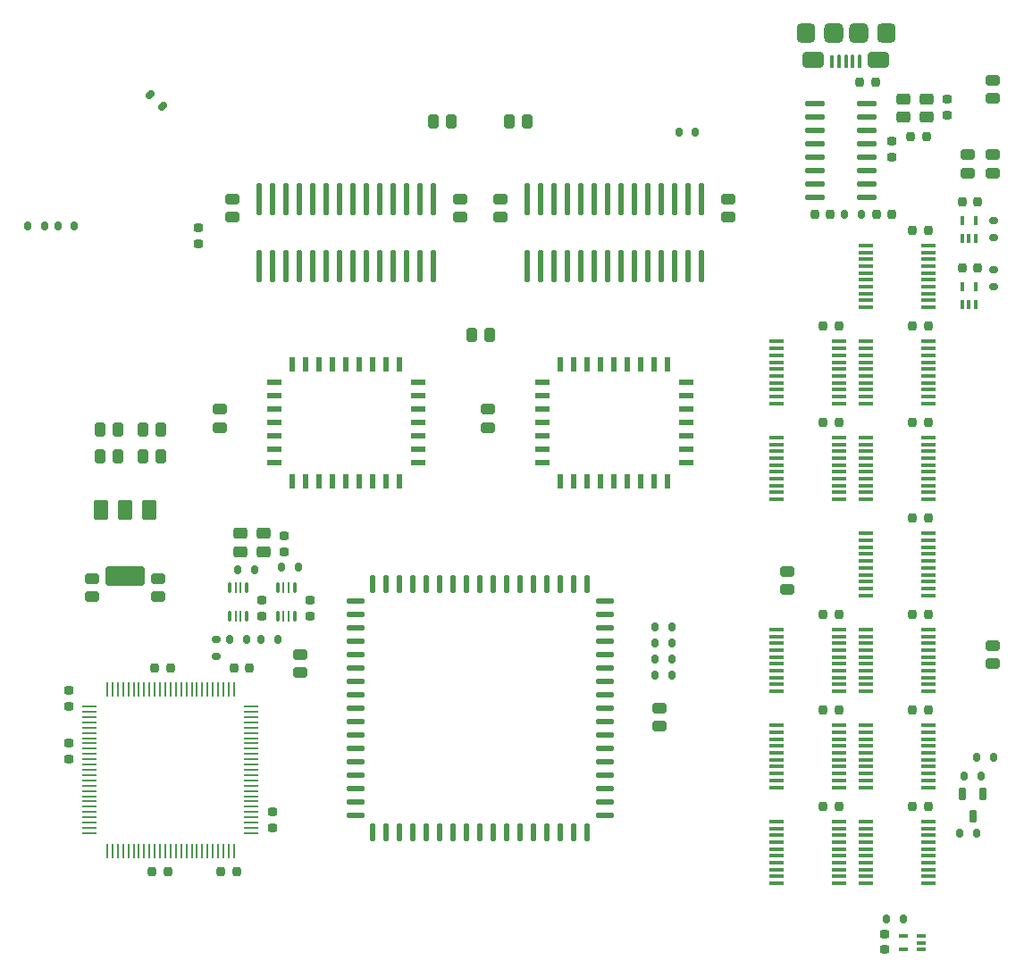
<source format=gtp>
G04 #@! TF.GenerationSoftware,KiCad,Pcbnew,7.0.10*
G04 #@! TF.CreationDate,2024-04-24T04:09:25-04:00*
G04 #@! TF.ProjectId,WarpSE,57617270-5345-42e6-9b69-6361645f7063,1.0*
G04 #@! TF.SameCoordinates,Original*
G04 #@! TF.FileFunction,Paste,Top*
G04 #@! TF.FilePolarity,Positive*
%FSLAX46Y46*%
G04 Gerber Fmt 4.6, Leading zero omitted, Abs format (unit mm)*
G04 Created by KiCad (PCBNEW 7.0.10) date 2024-04-24 04:09:25*
%MOMM*%
%LPD*%
G01*
G04 APERTURE LIST*
G04 Aperture macros list*
%AMRoundRect*
0 Rectangle with rounded corners*
0 $1 Rounding radius*
0 $2 $3 $4 $5 $6 $7 $8 $9 X,Y pos of 4 corners*
0 Add a 4 corners polygon primitive as box body*
4,1,4,$2,$3,$4,$5,$6,$7,$8,$9,$2,$3,0*
0 Add four circle primitives for the rounded corners*
1,1,$1+$1,$2,$3*
1,1,$1+$1,$4,$5*
1,1,$1+$1,$6,$7*
1,1,$1+$1,$8,$9*
0 Add four rect primitives between the rounded corners*
20,1,$1+$1,$2,$3,$4,$5,0*
20,1,$1+$1,$4,$5,$6,$7,0*
20,1,$1+$1,$6,$7,$8,$9,0*
20,1,$1+$1,$8,$9,$2,$3,0*%
G04 Aperture macros list end*
%ADD10RoundRect,0.250000X-0.250000X-0.425000X0.250000X-0.425000X0.250000X0.425000X-0.250000X0.425000X0*%
%ADD11RoundRect,0.057500X0.645000X0.057500X-0.645000X0.057500X-0.645000X-0.057500X0.645000X-0.057500X0*%
%ADD12RoundRect,0.057500X0.057500X0.645000X-0.057500X0.645000X-0.057500X-0.645000X0.057500X-0.645000X0*%
%ADD13RoundRect,0.250000X0.425000X-0.250000X0.425000X0.250000X-0.425000X0.250000X-0.425000X-0.250000X0*%
%ADD14RoundRect,0.250000X-0.425000X0.250000X-0.425000X-0.250000X0.425000X-0.250000X0.425000X0.250000X0*%
%ADD15RoundRect,0.137500X-0.137500X1.361500X-0.137500X-1.361500X0.137500X-1.361500X0.137500X1.361500X0*%
%ADD16RoundRect,0.192500X-0.192500X-0.242500X0.192500X-0.242500X0.192500X0.242500X-0.192500X0.242500X0*%
%ADD17RoundRect,0.092500X-0.592500X-0.092500X0.592500X-0.092500X0.592500X0.092500X-0.592500X0.092500X0*%
%ADD18RoundRect,0.192500X0.192500X0.242500X-0.192500X0.242500X-0.192500X-0.242500X0.192500X-0.242500X0*%
%ADD19RoundRect,0.192500X-0.242500X0.192500X-0.242500X-0.192500X0.242500X-0.192500X0.242500X0.192500X0*%
%ADD20RoundRect,0.192500X0.242500X-0.192500X0.242500X0.192500X-0.242500X0.192500X-0.242500X-0.192500X0*%
%ADD21RoundRect,0.137500X0.575000X-0.137500X0.575000X0.137500X-0.575000X0.137500X-0.575000X-0.137500X0*%
%ADD22RoundRect,0.137500X0.137500X-0.575000X0.137500X0.575000X-0.137500X0.575000X-0.137500X-0.575000X0*%
%ADD23RoundRect,0.137500X-0.137500X-0.687500X0.137500X-0.687500X0.137500X0.687500X-0.137500X0.687500X0*%
%ADD24RoundRect,0.137500X-0.687500X-0.137500X0.687500X-0.137500X0.687500X0.137500X-0.687500X0.137500X0*%
%ADD25RoundRect,0.280000X-0.420000X0.670000X-0.420000X-0.670000X0.420000X-0.670000X0.420000X0.670000X0*%
%ADD26RoundRect,0.285000X-1.565000X0.665000X-1.565000X-0.665000X1.565000X-0.665000X1.565000X0.665000X0*%
%ADD27RoundRect,0.150000X0.150000X0.275000X-0.150000X0.275000X-0.150000X-0.275000X0.150000X-0.275000X0*%
%ADD28RoundRect,0.150000X0.300520X0.088388X0.088388X0.300520X-0.300520X-0.088388X-0.088388X-0.300520X0*%
%ADD29RoundRect,0.175000X-0.175000X0.450000X-0.175000X-0.450000X0.175000X-0.450000X0.175000X0.450000X0*%
%ADD30RoundRect,0.137500X0.812500X0.137500X-0.812500X0.137500X-0.812500X-0.137500X0.812500X-0.137500X0*%
%ADD31RoundRect,0.150000X-0.150000X-0.275000X0.150000X-0.275000X0.150000X0.275000X-0.150000X0.275000X0*%
%ADD32RoundRect,0.080000X0.080000X-0.380000X0.080000X0.380000X-0.080000X0.380000X-0.080000X-0.380000X0*%
%ADD33RoundRect,0.080000X0.080000X0.555000X-0.080000X0.555000X-0.080000X-0.555000X0.080000X-0.555000X0*%
%ADD34RoundRect,0.075000X0.075000X0.550000X-0.075000X0.550000X-0.075000X-0.550000X0.075000X-0.550000X0*%
%ADD35RoundRect,0.437500X0.437500X0.487500X-0.437500X0.487500X-0.437500X-0.487500X0.437500X-0.487500X0*%
%ADD36RoundRect,0.387500X0.637500X0.387500X-0.637500X0.387500X-0.637500X-0.387500X0.637500X-0.387500X0*%
%ADD37RoundRect,0.462500X0.462500X0.462500X-0.462500X0.462500X-0.462500X-0.462500X0.462500X-0.462500X0*%
%ADD38RoundRect,0.150000X0.275000X-0.150000X0.275000X0.150000X-0.275000X0.150000X-0.275000X-0.150000X0*%
%ADD39RoundRect,0.150000X-0.275000X0.150000X-0.275000X-0.150000X0.275000X-0.150000X0.275000X0.150000X0*%
%ADD40RoundRect,0.250000X0.250000X0.425000X-0.250000X0.425000X-0.250000X-0.425000X0.250000X-0.425000X0*%
%ADD41RoundRect,0.275000X0.375000X0.275000X-0.375000X0.275000X-0.375000X-0.275000X0.375000X-0.275000X0*%
%ADD42RoundRect,0.087500X-0.087500X0.387500X-0.087500X-0.387500X0.087500X-0.387500X0.087500X0.387500X0*%
%ADD43RoundRect,0.062500X-0.062500X0.412500X-0.062500X-0.412500X0.062500X-0.412500X0.062500X0.412500X0*%
%ADD44RoundRect,0.087500X0.087500X0.387500X-0.087500X0.387500X-0.087500X-0.387500X0.087500X-0.387500X0*%
%ADD45RoundRect,0.080000X0.380000X0.080000X-0.380000X0.080000X-0.380000X-0.080000X0.380000X-0.080000X0*%
G04 APERTURE END LIST*
D10*
X112550000Y-76800000D03*
X114250000Y-76800000D03*
X116600000Y-76800000D03*
X118300000Y-76800000D03*
X116600000Y-79400000D03*
X118300000Y-79400000D03*
X112550000Y-79400000D03*
X114250000Y-79400000D03*
D11*
X126912500Y-115100000D03*
X126912500Y-114600000D03*
X126912500Y-114100000D03*
X126912500Y-113600000D03*
X126912500Y-113100000D03*
X126912500Y-112600000D03*
X126912500Y-112100000D03*
X126912500Y-111600000D03*
X126912500Y-111100000D03*
X126912500Y-110600000D03*
X126912500Y-110100000D03*
X126912500Y-109600000D03*
X126912500Y-109100000D03*
X126912500Y-108600000D03*
X126912500Y-108100000D03*
X126912500Y-107600000D03*
X126912500Y-107100000D03*
X126912500Y-106600000D03*
X126912500Y-106100000D03*
X126912500Y-105600000D03*
X126912500Y-105100000D03*
X126912500Y-104600000D03*
X126912500Y-104100000D03*
X126912500Y-103600000D03*
X126912500Y-103100000D03*
D12*
X125250000Y-101437500D03*
X124750000Y-101437500D03*
X124250000Y-101437500D03*
X123750000Y-101437500D03*
X123250000Y-101437500D03*
X122750000Y-101437500D03*
X122250000Y-101437500D03*
X121750000Y-101437500D03*
X121250000Y-101437500D03*
X120750000Y-101437500D03*
X120250000Y-101437500D03*
X119750000Y-101437500D03*
X119250000Y-101437500D03*
X118750000Y-101437500D03*
X118250000Y-101437500D03*
X117750000Y-101437500D03*
X117250000Y-101437500D03*
X116750000Y-101437500D03*
X116250000Y-101437500D03*
X115750000Y-101437500D03*
X115250000Y-101437500D03*
X114750000Y-101437500D03*
X114250000Y-101437500D03*
X113750000Y-101437500D03*
X113250000Y-101437500D03*
D11*
X111587500Y-103100000D03*
X111587500Y-103600000D03*
X111587500Y-104100000D03*
X111587500Y-104600000D03*
X111587500Y-105100000D03*
X111587500Y-105600000D03*
X111587500Y-106100000D03*
X111587500Y-106600000D03*
X111587500Y-107100000D03*
X111587500Y-107600000D03*
X111587500Y-108100000D03*
X111587500Y-108600000D03*
X111587500Y-109100000D03*
X111587500Y-109600000D03*
X111587500Y-110100000D03*
X111587500Y-110600000D03*
X111587500Y-111100000D03*
X111587500Y-111600000D03*
X111587500Y-112100000D03*
X111587500Y-112600000D03*
X111587500Y-113100000D03*
X111587500Y-113600000D03*
X111587500Y-114100000D03*
X111587500Y-114600000D03*
X111587500Y-115100000D03*
D12*
X113250000Y-116762500D03*
X113750000Y-116762500D03*
X114250000Y-116762500D03*
X114750000Y-116762500D03*
X115250000Y-116762500D03*
X115750000Y-116762500D03*
X116250000Y-116762500D03*
X116750000Y-116762500D03*
X117250000Y-116762500D03*
X117750000Y-116762500D03*
X118250000Y-116762500D03*
X118750000Y-116762500D03*
X119250000Y-116762500D03*
X119750000Y-116762500D03*
X120250000Y-116762500D03*
X120750000Y-116762500D03*
X121250000Y-116762500D03*
X121750000Y-116762500D03*
X122250000Y-116762500D03*
X122750000Y-116762500D03*
X123250000Y-116762500D03*
X123750000Y-116762500D03*
X124250000Y-116762500D03*
X124750000Y-116762500D03*
X125250000Y-116762500D03*
D13*
X197167500Y-45466000D03*
X197167500Y-43766000D03*
D14*
X194754500Y-50800000D03*
X194754500Y-52500000D03*
X197167500Y-50800000D03*
X197167500Y-52500000D03*
D15*
X169545000Y-54991000D03*
X168275000Y-54991000D03*
X167005000Y-54991000D03*
X165735000Y-54991000D03*
X164465000Y-54991000D03*
X163195000Y-54991000D03*
X161925000Y-54991000D03*
X160655000Y-54991000D03*
X159385000Y-54991000D03*
X158115000Y-54991000D03*
X156845000Y-54991000D03*
X155575000Y-54991000D03*
X154305000Y-54991000D03*
X153035000Y-54991000D03*
X153035000Y-61341000D03*
X154305000Y-61341000D03*
X155575000Y-61341000D03*
X156845000Y-61341000D03*
X158115000Y-61341000D03*
X159385000Y-61341000D03*
X160655000Y-61341000D03*
X161925000Y-61341000D03*
X163195000Y-61341000D03*
X164465000Y-61341000D03*
X165735000Y-61341000D03*
X167005000Y-61341000D03*
X168275000Y-61341000D03*
X169545000Y-61341000D03*
D16*
X125250000Y-99450000D03*
X126750000Y-99450000D03*
D17*
X176650000Y-95800000D03*
X176650000Y-96450000D03*
X176650000Y-97100000D03*
X176650000Y-97750000D03*
X176650000Y-98400000D03*
X176650000Y-99050000D03*
X176650000Y-99700000D03*
X176650000Y-100350000D03*
X176650000Y-101000000D03*
X176650000Y-101650000D03*
X182550000Y-101650000D03*
X182550000Y-101000000D03*
X182550000Y-100350000D03*
X182550000Y-99700000D03*
X182550000Y-99050000D03*
X182550000Y-98400000D03*
X182550000Y-97750000D03*
X182550000Y-97100000D03*
X182550000Y-96450000D03*
X182550000Y-95800000D03*
D18*
X182550000Y-94350000D03*
X181050000Y-94350000D03*
X191050000Y-57950000D03*
X189550000Y-57950000D03*
X191050000Y-94350000D03*
X189550000Y-94350000D03*
X191050000Y-85250000D03*
X189550000Y-85250000D03*
X182550000Y-112550000D03*
X181050000Y-112550000D03*
X191050000Y-112550000D03*
X189550000Y-112550000D03*
X191050000Y-67050000D03*
X189550000Y-67050000D03*
X182550000Y-67050000D03*
X181050000Y-67050000D03*
X182550000Y-76150000D03*
X181050000Y-76150000D03*
X182550000Y-103450000D03*
X181050000Y-103450000D03*
X191050000Y-103450000D03*
X189550000Y-103450000D03*
D13*
X197167500Y-99060000D03*
X197167500Y-97360000D03*
D14*
X131572000Y-98171000D03*
X131572000Y-99871000D03*
X165608000Y-103251000D03*
X165608000Y-104951000D03*
D17*
X176650000Y-68500000D03*
X176650000Y-69150000D03*
X176650000Y-69800000D03*
X176650000Y-70450000D03*
X176650000Y-71100000D03*
X176650000Y-71750000D03*
X176650000Y-72400000D03*
X176650000Y-73050000D03*
X176650000Y-73700000D03*
X176650000Y-74350000D03*
X182550000Y-74350000D03*
X182550000Y-73700000D03*
X182550000Y-73050000D03*
X182550000Y-72400000D03*
X182550000Y-71750000D03*
X182550000Y-71100000D03*
X182550000Y-70450000D03*
X182550000Y-69800000D03*
X182550000Y-69150000D03*
X182550000Y-68500000D03*
X176650000Y-77600000D03*
X176650000Y-78250000D03*
X176650000Y-78900000D03*
X176650000Y-79550000D03*
X176650000Y-80200000D03*
X176650000Y-80850000D03*
X176650000Y-81500000D03*
X176650000Y-82150000D03*
X176650000Y-82800000D03*
X176650000Y-83450000D03*
X182550000Y-83450000D03*
X182550000Y-82800000D03*
X182550000Y-82150000D03*
X182550000Y-81500000D03*
X182550000Y-80850000D03*
X182550000Y-80200000D03*
X182550000Y-79550000D03*
X182550000Y-78900000D03*
X182550000Y-78250000D03*
X182550000Y-77600000D03*
X185150000Y-59400000D03*
X185150000Y-60050000D03*
X185150000Y-60700000D03*
X185150000Y-61350000D03*
X185150000Y-62000000D03*
X185150000Y-62650000D03*
X185150000Y-63300000D03*
X185150000Y-63950000D03*
X185150000Y-64600000D03*
X185150000Y-65250000D03*
X191050000Y-65250000D03*
X191050000Y-64600000D03*
X191050000Y-63950000D03*
X191050000Y-63300000D03*
X191050000Y-62650000D03*
X191050000Y-62000000D03*
X191050000Y-61350000D03*
X191050000Y-60700000D03*
X191050000Y-60050000D03*
X191050000Y-59400000D03*
X185150000Y-68500000D03*
X185150000Y-69150000D03*
X185150000Y-69800000D03*
X185150000Y-70450000D03*
X185150000Y-71100000D03*
X185150000Y-71750000D03*
X185150000Y-72400000D03*
X185150000Y-73050000D03*
X185150000Y-73700000D03*
X185150000Y-74350000D03*
X191050000Y-74350000D03*
X191050000Y-73700000D03*
X191050000Y-73050000D03*
X191050000Y-72400000D03*
X191050000Y-71750000D03*
X191050000Y-71100000D03*
X191050000Y-70450000D03*
X191050000Y-69800000D03*
X191050000Y-69150000D03*
X191050000Y-68500000D03*
X185150000Y-86700000D03*
X185150000Y-87350000D03*
X185150000Y-88000000D03*
X185150000Y-88650000D03*
X185150000Y-89300000D03*
X185150000Y-89950000D03*
X185150000Y-90600000D03*
X185150000Y-91250000D03*
X185150000Y-91900000D03*
X185150000Y-92550000D03*
X191050000Y-92550000D03*
X191050000Y-91900000D03*
X191050000Y-91250000D03*
X191050000Y-90600000D03*
X191050000Y-89950000D03*
X191050000Y-89300000D03*
X191050000Y-88650000D03*
X191050000Y-88000000D03*
X191050000Y-87350000D03*
X191050000Y-86700000D03*
X185150000Y-77600000D03*
X185150000Y-78250000D03*
X185150000Y-78900000D03*
X185150000Y-79550000D03*
X185150000Y-80200000D03*
X185150000Y-80850000D03*
X185150000Y-81500000D03*
X185150000Y-82150000D03*
X185150000Y-82800000D03*
X185150000Y-83450000D03*
X191050000Y-83450000D03*
X191050000Y-82800000D03*
X191050000Y-82150000D03*
X191050000Y-81500000D03*
X191050000Y-80850000D03*
X191050000Y-80200000D03*
X191050000Y-79550000D03*
X191050000Y-78900000D03*
X191050000Y-78250000D03*
X191050000Y-77600000D03*
X176650000Y-104900000D03*
X176650000Y-105550000D03*
X176650000Y-106200000D03*
X176650000Y-106850000D03*
X176650000Y-107500000D03*
X176650000Y-108150000D03*
X176650000Y-108800000D03*
X176650000Y-109450000D03*
X176650000Y-110100000D03*
X176650000Y-110750000D03*
X182550000Y-110750000D03*
X182550000Y-110100000D03*
X182550000Y-109450000D03*
X182550000Y-108800000D03*
X182550000Y-108150000D03*
X182550000Y-107500000D03*
X182550000Y-106850000D03*
X182550000Y-106200000D03*
X182550000Y-105550000D03*
X182550000Y-104900000D03*
X176650000Y-114000000D03*
X176650000Y-114650000D03*
X176650000Y-115300000D03*
X176650000Y-115950000D03*
X176650000Y-116600000D03*
X176650000Y-117250000D03*
X176650000Y-117900000D03*
X176650000Y-118550000D03*
X176650000Y-119200000D03*
X176650000Y-119850000D03*
X182550000Y-119850000D03*
X182550000Y-119200000D03*
X182550000Y-118550000D03*
X182550000Y-117900000D03*
X182550000Y-117250000D03*
X182550000Y-116600000D03*
X182550000Y-115950000D03*
X182550000Y-115300000D03*
X182550000Y-114650000D03*
X182550000Y-114000000D03*
X185150000Y-95800000D03*
X185150000Y-96450000D03*
X185150000Y-97100000D03*
X185150000Y-97750000D03*
X185150000Y-98400000D03*
X185150000Y-99050000D03*
X185150000Y-99700000D03*
X185150000Y-100350000D03*
X185150000Y-101000000D03*
X185150000Y-101650000D03*
X191050000Y-101650000D03*
X191050000Y-101000000D03*
X191050000Y-100350000D03*
X191050000Y-99700000D03*
X191050000Y-99050000D03*
X191050000Y-98400000D03*
X191050000Y-97750000D03*
X191050000Y-97100000D03*
X191050000Y-96450000D03*
X191050000Y-95800000D03*
X185150000Y-104900000D03*
X185150000Y-105550000D03*
X185150000Y-106200000D03*
X185150000Y-106850000D03*
X185150000Y-107500000D03*
X185150000Y-108150000D03*
X185150000Y-108800000D03*
X185150000Y-109450000D03*
X185150000Y-110100000D03*
X185150000Y-110750000D03*
X191050000Y-110750000D03*
X191050000Y-110100000D03*
X191050000Y-109450000D03*
X191050000Y-108800000D03*
X191050000Y-108150000D03*
X191050000Y-107500000D03*
X191050000Y-106850000D03*
X191050000Y-106200000D03*
X191050000Y-105550000D03*
X191050000Y-104900000D03*
X185150000Y-114000000D03*
X185150000Y-114650000D03*
X185150000Y-115300000D03*
X185150000Y-115950000D03*
X185150000Y-116600000D03*
X185150000Y-117250000D03*
X185150000Y-117900000D03*
X185150000Y-118550000D03*
X185150000Y-119200000D03*
X185150000Y-119850000D03*
X191050000Y-119850000D03*
X191050000Y-119200000D03*
X191050000Y-118550000D03*
X191050000Y-117900000D03*
X191050000Y-117250000D03*
X191050000Y-116600000D03*
X191050000Y-115950000D03*
X191050000Y-115300000D03*
X191050000Y-114650000D03*
X191050000Y-114000000D03*
D15*
X144145000Y-54991000D03*
X142875000Y-54991000D03*
X141605000Y-54991000D03*
X140335000Y-54991000D03*
X139065000Y-54991000D03*
X137795000Y-54991000D03*
X136525000Y-54991000D03*
X135255000Y-54991000D03*
X133985000Y-54991000D03*
X132715000Y-54991000D03*
X131445000Y-54991000D03*
X130175000Y-54991000D03*
X128905000Y-54991000D03*
X127635000Y-54991000D03*
X127635000Y-61341000D03*
X128905000Y-61341000D03*
X130175000Y-61341000D03*
X131445000Y-61341000D03*
X132715000Y-61341000D03*
X133985000Y-61341000D03*
X135255000Y-61341000D03*
X136525000Y-61341000D03*
X137795000Y-61341000D03*
X139065000Y-61341000D03*
X140335000Y-61341000D03*
X141605000Y-61341000D03*
X142875000Y-61341000D03*
X144145000Y-61341000D03*
D16*
X124000000Y-118750000D03*
X125500000Y-118750000D03*
D19*
X109600000Y-106600000D03*
X109600000Y-108100000D03*
D18*
X119000000Y-118750000D03*
X117500000Y-118750000D03*
X119250000Y-99450000D03*
X117750000Y-99450000D03*
D19*
X128900000Y-113100000D03*
X128900000Y-114600000D03*
D20*
X109600000Y-103100000D03*
X109600000Y-101600000D03*
D21*
X129052500Y-76200000D03*
X129052500Y-77470000D03*
X129052500Y-78740000D03*
X129052500Y-80010000D03*
D22*
X130810000Y-81762500D03*
X132080000Y-81762500D03*
X133350000Y-81762500D03*
X134620000Y-81762500D03*
X135890000Y-81762500D03*
X137160000Y-81762500D03*
X138430000Y-81762500D03*
X139700000Y-81762500D03*
X140970000Y-81762500D03*
D21*
X142727500Y-80010000D03*
X142727500Y-78740000D03*
X142727500Y-77470000D03*
X142727500Y-76200000D03*
X142727500Y-74930000D03*
X142727500Y-73660000D03*
X142727500Y-72390000D03*
D22*
X140970000Y-70637500D03*
X139700000Y-70637500D03*
X138430000Y-70637500D03*
X137160000Y-70637500D03*
X135890000Y-70637500D03*
X134620000Y-70637500D03*
X133350000Y-70637500D03*
X132080000Y-70637500D03*
X130810000Y-70637500D03*
D21*
X129052500Y-72390000D03*
X129052500Y-73660000D03*
X129052500Y-74930000D03*
X154452500Y-76200000D03*
X154452500Y-77470000D03*
X154452500Y-78740000D03*
X154452500Y-80010000D03*
D22*
X156210000Y-81762500D03*
X157480000Y-81762500D03*
X158750000Y-81762500D03*
X160020000Y-81762500D03*
X161290000Y-81762500D03*
X162560000Y-81762500D03*
X163830000Y-81762500D03*
X165100000Y-81762500D03*
X166370000Y-81762500D03*
D21*
X168127500Y-80010000D03*
X168127500Y-78740000D03*
X168127500Y-77470000D03*
X168127500Y-76200000D03*
X168127500Y-74930000D03*
X168127500Y-73660000D03*
X168127500Y-72390000D03*
D22*
X166370000Y-70637500D03*
X165100000Y-70637500D03*
X163830000Y-70637500D03*
X162560000Y-70637500D03*
X161290000Y-70637500D03*
X160020000Y-70637500D03*
X158750000Y-70637500D03*
X157480000Y-70637500D03*
X156210000Y-70637500D03*
D21*
X154452500Y-72390000D03*
X154452500Y-73660000D03*
X154452500Y-74930000D03*
D23*
X148590000Y-91451000D03*
X147320000Y-91451000D03*
X146050000Y-91451000D03*
X144780000Y-91451000D03*
X143510000Y-91451000D03*
X142240000Y-91451000D03*
X140970000Y-91451000D03*
X139700000Y-91451000D03*
X138430000Y-91451000D03*
D24*
X136790000Y-93091000D03*
X136790000Y-94361000D03*
X136790000Y-95631000D03*
X136790000Y-96901000D03*
X136790000Y-98171000D03*
X136790000Y-99441000D03*
X136790000Y-100711000D03*
X136790000Y-101981000D03*
X136790000Y-103251000D03*
X136790000Y-104521000D03*
X136790000Y-105791000D03*
X136790000Y-107061000D03*
X136790000Y-108331000D03*
X136790000Y-109601000D03*
X136790000Y-110871000D03*
X136790000Y-112141000D03*
X136790000Y-113411000D03*
D23*
X138430000Y-115051000D03*
X139700000Y-115051000D03*
X140970000Y-115051000D03*
X142240000Y-115051000D03*
X143510000Y-115051000D03*
X144780000Y-115051000D03*
X146050000Y-115051000D03*
X147320000Y-115051000D03*
X148590000Y-115051000D03*
X149860000Y-115051000D03*
X151130000Y-115051000D03*
X152400000Y-115051000D03*
X153670000Y-115051000D03*
X154940000Y-115051000D03*
X156210000Y-115051000D03*
X157480000Y-115051000D03*
X158750000Y-115051000D03*
D24*
X160390000Y-113411000D03*
X160390000Y-112141000D03*
X160390000Y-110871000D03*
X160390000Y-109601000D03*
X160390000Y-108331000D03*
X160390000Y-107061000D03*
X160390000Y-105791000D03*
X160390000Y-104521000D03*
X160390000Y-103251000D03*
X160390000Y-101981000D03*
X160390000Y-100711000D03*
X160390000Y-99441000D03*
X160390000Y-98171000D03*
X160390000Y-96901000D03*
X160390000Y-95631000D03*
X160390000Y-94361000D03*
X160390000Y-93091000D03*
D23*
X158750000Y-91451000D03*
X157480000Y-91451000D03*
X156210000Y-91451000D03*
X154940000Y-91451000D03*
X153670000Y-91451000D03*
X152400000Y-91451000D03*
X151130000Y-91451000D03*
X149860000Y-91451000D03*
D25*
X117250000Y-84450000D03*
D26*
X114950000Y-90750000D03*
D25*
X114950000Y-84450000D03*
X112650000Y-84450000D03*
D14*
X111800000Y-90950000D03*
X111800000Y-92650000D03*
X118100000Y-90950000D03*
X118100000Y-92650000D03*
X123952000Y-74930000D03*
X123952000Y-76630000D03*
X149352000Y-74930000D03*
X149352000Y-76630000D03*
X172085000Y-54991000D03*
X172085000Y-56691000D03*
X125095000Y-54991000D03*
X125095000Y-56691000D03*
X146685000Y-54991000D03*
X146685000Y-56691000D03*
X150495000Y-54991000D03*
X150495000Y-56691000D03*
D18*
X191050000Y-76150000D03*
X189550000Y-76150000D03*
D27*
X107300000Y-57550000D03*
X105700000Y-57550000D03*
D28*
X118479370Y-46216370D03*
X117348000Y-45085000D03*
D29*
X196200000Y-111400000D03*
X194300000Y-111400000D03*
X195250000Y-113500000D03*
D14*
X177650000Y-90300000D03*
X177650000Y-92000000D03*
D30*
X185228000Y-54800500D03*
X185228000Y-53530500D03*
X185228000Y-52260500D03*
X185228000Y-50990500D03*
X185228000Y-49720500D03*
X185228000Y-48450500D03*
X185228000Y-47180500D03*
X185228000Y-45910500D03*
X180278000Y-45910500D03*
X180278000Y-47180500D03*
X180278000Y-48450500D03*
X180278000Y-49720500D03*
X180278000Y-50990500D03*
X180278000Y-52260500D03*
X180278000Y-53530500D03*
X180278000Y-54800500D03*
D16*
X180276500Y-56451500D03*
X181776500Y-56451500D03*
D27*
X196050000Y-109650000D03*
X194450000Y-109650000D03*
D19*
X121850000Y-57700000D03*
X121850000Y-59200000D03*
D31*
X165189000Y-98615500D03*
X166789000Y-98615500D03*
D32*
X194250000Y-65000000D03*
X194900000Y-65000000D03*
X195550000Y-65000000D03*
X195550000Y-63300000D03*
X194250000Y-63300000D03*
D20*
X186900000Y-126150000D03*
X186900000Y-124650000D03*
D27*
X110150000Y-57550000D03*
X108550000Y-57550000D03*
D33*
X184550000Y-41925000D03*
X183900000Y-41925000D03*
X183250000Y-41925000D03*
X182600000Y-41925000D03*
D34*
X181950000Y-41925000D03*
D35*
X187050000Y-39250000D03*
D36*
X186350000Y-41800000D03*
D37*
X184450000Y-39250000D03*
X182050000Y-39250000D03*
D36*
X180150000Y-41800000D03*
D35*
X179450000Y-39250000D03*
D31*
X187100000Y-123200000D03*
X188700000Y-123200000D03*
X183134000Y-56451500D03*
X184734000Y-56451500D03*
X129750000Y-89850000D03*
X131350000Y-89850000D03*
D16*
X194250000Y-61500000D03*
X195750000Y-61500000D03*
D31*
X165189000Y-97091500D03*
X166789000Y-97091500D03*
D10*
X144145000Y-47625000D03*
X145845000Y-47625000D03*
D38*
X123550000Y-98350000D03*
X123550000Y-96750000D03*
D31*
X124850000Y-96750000D03*
X126450000Y-96750000D03*
D32*
X194250000Y-58750000D03*
X194900000Y-58750000D03*
X195550000Y-58750000D03*
X195550000Y-57050000D03*
X194250000Y-57050000D03*
D27*
X195650000Y-115150000D03*
X194050000Y-115150000D03*
D31*
X165189000Y-100139500D03*
X166789000Y-100139500D03*
D16*
X189350000Y-49099400D03*
X190850000Y-49099400D03*
X184550000Y-43900000D03*
X186050000Y-43900000D03*
D39*
X197200000Y-61700000D03*
X197200000Y-63300000D03*
D31*
X127800000Y-96750000D03*
X129400000Y-96750000D03*
D19*
X192850000Y-45499400D03*
X192850000Y-46999400D03*
D27*
X127250000Y-90100000D03*
X125650000Y-90100000D03*
D20*
X127900000Y-94550000D03*
X127900000Y-93050000D03*
D16*
X194250000Y-55250000D03*
X195750000Y-55250000D03*
D20*
X130000000Y-88400000D03*
X130000000Y-86900000D03*
D40*
X153035000Y-47625000D03*
X151335000Y-47625000D03*
D41*
X190849400Y-45500000D03*
X188649400Y-45500000D03*
X188649400Y-47200000D03*
X190849400Y-47200000D03*
D16*
X186118500Y-56451500D03*
X187618500Y-56451500D03*
D38*
X197200000Y-58650000D03*
X197200000Y-57050000D03*
D42*
X126450000Y-91850000D03*
D43*
X125900000Y-91850000D03*
X125400000Y-91850000D03*
D42*
X124850000Y-91850000D03*
D44*
X124850000Y-94550000D03*
D43*
X125400000Y-94550000D03*
X125900000Y-94550000D03*
D42*
X126450000Y-94550000D03*
D27*
X197250000Y-107950000D03*
X195650000Y-107950000D03*
D20*
X132450000Y-94550000D03*
X132450000Y-93050000D03*
D41*
X128050000Y-86700000D03*
X125850000Y-86700000D03*
X125850000Y-88400000D03*
X128050000Y-88400000D03*
D10*
X147750000Y-67850000D03*
X149450000Y-67850000D03*
D31*
X165189000Y-95567500D03*
X166789000Y-95567500D03*
X167400000Y-48650000D03*
X169000000Y-48650000D03*
D42*
X131000000Y-91850000D03*
D43*
X130450000Y-91850000D03*
X129950000Y-91850000D03*
D42*
X129400000Y-91850000D03*
D44*
X129400000Y-94550000D03*
D43*
X129950000Y-94550000D03*
X130450000Y-94550000D03*
D42*
X131000000Y-94550000D03*
D20*
X187579000Y-50990500D03*
X187579000Y-49490500D03*
D45*
X190400000Y-126150000D03*
X190400000Y-125500000D03*
X190400000Y-124850000D03*
X188700000Y-124850000D03*
X188700000Y-126150000D03*
M02*

</source>
